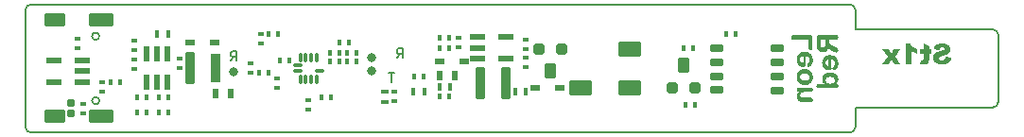
<source format=gbs>
G04*
G04 #@! TF.GenerationSoftware,Altium Limited,Altium Designer,24.2.2 (26)*
G04*
G04 Layer_Color=16711935*
%FSLAX43Y43*%
%MOMM*%
G71*
G04*
G04 #@! TF.SameCoordinates,1F1FED76-AB6C-4830-BD65-6DDC81D4C714*
G04*
G04*
G04 #@! TF.FilePolarity,Negative*
G04*
G01*
G75*
%ADD10C,0.127*%
%ADD11C,0.203*%
%ADD27C,0.800*%
G04:AMPARAMS|DCode=37|XSize=0.42mm|YSize=0.72mm|CornerRadius=0.05mm|HoleSize=0mm|Usage=FLASHONLY|Rotation=270.000|XOffset=0mm|YOffset=0mm|HoleType=Round|Shape=RoundedRectangle|*
%AMROUNDEDRECTD37*
21,1,0.420,0.620,0,0,270.0*
21,1,0.320,0.720,0,0,270.0*
1,1,0.100,-0.310,-0.160*
1,1,0.100,-0.310,0.160*
1,1,0.100,0.310,0.160*
1,1,0.100,0.310,-0.160*
%
%ADD37ROUNDEDRECTD37*%
G04:AMPARAMS|DCode=41|XSize=0.42mm|YSize=0.57mm|CornerRadius=0.05mm|HoleSize=0mm|Usage=FLASHONLY|Rotation=90.000|XOffset=0mm|YOffset=0mm|HoleType=Round|Shape=RoundedRectangle|*
%AMROUNDEDRECTD41*
21,1,0.420,0.470,0,0,90.0*
21,1,0.320,0.570,0,0,90.0*
1,1,0.100,0.235,0.160*
1,1,0.100,0.235,-0.160*
1,1,0.100,-0.235,-0.160*
1,1,0.100,-0.235,0.160*
%
%ADD41ROUNDEDRECTD41*%
G04:AMPARAMS|DCode=43|XSize=0.42mm|YSize=0.72mm|CornerRadius=0.05mm|HoleSize=0mm|Usage=FLASHONLY|Rotation=180.000|XOffset=0mm|YOffset=0mm|HoleType=Round|Shape=RoundedRectangle|*
%AMROUNDEDRECTD43*
21,1,0.420,0.620,0,0,180.0*
21,1,0.320,0.720,0,0,180.0*
1,1,0.100,-0.160,0.310*
1,1,0.100,0.160,0.310*
1,1,0.100,0.160,-0.310*
1,1,0.100,-0.160,-0.310*
%
%ADD43ROUNDEDRECTD43*%
G04:AMPARAMS|DCode=44|XSize=0.42mm|YSize=0.57mm|CornerRadius=0.05mm|HoleSize=0mm|Usage=FLASHONLY|Rotation=180.000|XOffset=0mm|YOffset=0mm|HoleType=Round|Shape=RoundedRectangle|*
%AMROUNDEDRECTD44*
21,1,0.420,0.470,0,0,180.0*
21,1,0.320,0.570,0,0,180.0*
1,1,0.100,-0.160,0.235*
1,1,0.100,0.160,0.235*
1,1,0.100,0.160,-0.235*
1,1,0.100,-0.160,-0.235*
%
%ADD44ROUNDEDRECTD44*%
G04:AMPARAMS|DCode=49|XSize=0.548mm|YSize=1.31mm|CornerRadius=0.071mm|HoleSize=0mm|Usage=FLASHONLY|Rotation=180.000|XOffset=0mm|YOffset=0mm|HoleType=Round|Shape=RoundedRectangle|*
%AMROUNDEDRECTD49*
21,1,0.548,1.168,0,0,180.0*
21,1,0.406,1.310,0,0,180.0*
1,1,0.142,-0.203,0.584*
1,1,0.142,0.203,0.584*
1,1,0.142,0.203,-0.584*
1,1,0.142,-0.203,-0.584*
%
%ADD49ROUNDEDRECTD49*%
G04:AMPARAMS|DCode=56|XSize=1.26mm|YSize=1.86mm|CornerRadius=0.21mm|HoleSize=0mm|Usage=FLASHONLY|Rotation=90.000|XOffset=0mm|YOffset=0mm|HoleType=Round|Shape=RoundedRectangle|*
%AMROUNDEDRECTD56*
21,1,1.260,1.440,0,0,90.0*
21,1,0.840,1.860,0,0,90.0*
1,1,0.420,0.720,0.420*
1,1,0.420,0.720,-0.420*
1,1,0.420,-0.720,-0.420*
1,1,0.420,-0.720,0.420*
%
%ADD56ROUNDEDRECTD56*%
G04:AMPARAMS|DCode=57|XSize=1.26mm|YSize=2.16mm|CornerRadius=0.21mm|HoleSize=0mm|Usage=FLASHONLY|Rotation=270.000|XOffset=0mm|YOffset=0mm|HoleType=Round|Shape=RoundedRectangle|*
%AMROUNDEDRECTD57*
21,1,1.260,1.740,0,0,270.0*
21,1,0.840,2.160,0,0,270.0*
1,1,0.420,-0.870,-0.420*
1,1,0.420,-0.870,0.420*
1,1,0.420,0.870,0.420*
1,1,0.420,0.870,-0.420*
%
%ADD57ROUNDEDRECTD57*%
G04:AMPARAMS|DCode=86|XSize=1.2mm|YSize=0.6mm|CornerRadius=0.09mm|HoleSize=0mm|Usage=FLASHONLY|Rotation=0.000|XOffset=0mm|YOffset=0mm|HoleType=Round|Shape=RoundedRectangle|*
%AMROUNDEDRECTD86*
21,1,1.200,0.420,0,0,0.0*
21,1,1.020,0.600,0,0,0.0*
1,1,0.180,0.510,-0.210*
1,1,0.180,-0.510,-0.210*
1,1,0.180,-0.510,0.210*
1,1,0.180,0.510,0.210*
%
%ADD86ROUNDEDRECTD86*%
G04:AMPARAMS|DCode=90|XSize=0.548mm|YSize=1.31mm|CornerRadius=0.071mm|HoleSize=0mm|Usage=FLASHONLY|Rotation=270.000|XOffset=0mm|YOffset=0mm|HoleType=Round|Shape=RoundedRectangle|*
%AMROUNDEDRECTD90*
21,1,0.548,1.168,0,0,270.0*
21,1,0.406,1.310,0,0,270.0*
1,1,0.142,-0.584,-0.203*
1,1,0.142,-0.584,0.203*
1,1,0.142,0.584,0.203*
1,1,0.142,0.584,-0.203*
%
%ADD90ROUNDEDRECTD90*%
G04:AMPARAMS|DCode=91|XSize=0.61mm|YSize=0.71mm|CornerRadius=0.085mm|HoleSize=0mm|Usage=FLASHONLY|Rotation=270.000|XOffset=0mm|YOffset=0mm|HoleType=Round|Shape=RoundedRectangle|*
%AMROUNDEDRECTD91*
21,1,0.610,0.540,0,0,270.0*
21,1,0.440,0.710,0,0,270.0*
1,1,0.170,-0.270,-0.220*
1,1,0.170,-0.270,0.220*
1,1,0.170,0.270,0.220*
1,1,0.170,0.270,-0.220*
%
%ADD91ROUNDEDRECTD91*%
G04:AMPARAMS|DCode=92|XSize=0.851mm|YSize=0.551mm|CornerRadius=0.075mm|HoleSize=0mm|Usage=FLASHONLY|Rotation=0.000|XOffset=0mm|YOffset=0mm|HoleType=Round|Shape=RoundedRectangle|*
%AMROUNDEDRECTD92*
21,1,0.851,0.400,0,0,0.0*
21,1,0.700,0.551,0,0,0.0*
1,1,0.151,0.350,-0.200*
1,1,0.151,-0.350,-0.200*
1,1,0.151,-0.350,0.200*
1,1,0.151,0.350,0.200*
%
%ADD92ROUNDEDRECTD92*%
G04:AMPARAMS|DCode=93|XSize=0.54mm|YSize=0.84mm|CornerRadius=0.07mm|HoleSize=0mm|Usage=FLASHONLY|Rotation=180.000|XOffset=0mm|YOffset=0mm|HoleType=Round|Shape=RoundedRectangle|*
%AMROUNDEDRECTD93*
21,1,0.540,0.700,0,0,180.0*
21,1,0.400,0.840,0,0,180.0*
1,1,0.140,-0.200,0.350*
1,1,0.140,0.200,0.350*
1,1,0.140,0.200,-0.350*
1,1,0.140,-0.200,-0.350*
%
%ADD93ROUNDEDRECTD93*%
G04:AMPARAMS|DCode=94|XSize=2.051mm|YSize=1.351mm|CornerRadius=0.155mm|HoleSize=0mm|Usage=FLASHONLY|Rotation=180.000|XOffset=0mm|YOffset=0mm|HoleType=Round|Shape=RoundedRectangle|*
%AMROUNDEDRECTD94*
21,1,2.051,1.040,0,0,180.0*
21,1,1.740,1.351,0,0,180.0*
1,1,0.311,-0.870,0.520*
1,1,0.311,0.870,0.520*
1,1,0.311,0.870,-0.520*
1,1,0.311,-0.870,-0.520*
%
%ADD94ROUNDEDRECTD94*%
G04:AMPARAMS|DCode=95|XSize=0.84mm|YSize=0.29mm|CornerRadius=0.058mm|HoleSize=0mm|Usage=FLASHONLY|Rotation=270.000|XOffset=0mm|YOffset=0mm|HoleType=Round|Shape=RoundedRectangle|*
%AMROUNDEDRECTD95*
21,1,0.840,0.175,0,0,270.0*
21,1,0.725,0.290,0,0,270.0*
1,1,0.115,-0.088,-0.363*
1,1,0.115,-0.088,0.363*
1,1,0.115,0.088,0.363*
1,1,0.115,0.088,-0.363*
%
%ADD95ROUNDEDRECTD95*%
G04:AMPARAMS|DCode=96|XSize=0.29mm|YSize=0.84mm|CornerRadius=0.12mm|HoleSize=0mm|Usage=FLASHONLY|Rotation=270.000|XOffset=0mm|YOffset=0mm|HoleType=Round|Shape=RoundedRectangle|*
%AMROUNDEDRECTD96*
21,1,0.290,0.600,0,0,270.0*
21,1,0.050,0.840,0,0,270.0*
1,1,0.240,-0.300,-0.025*
1,1,0.240,-0.300,0.025*
1,1,0.240,0.300,0.025*
1,1,0.240,0.300,-0.025*
%
%ADD96ROUNDEDRECTD96*%
G04:AMPARAMS|DCode=97|XSize=0.29mm|YSize=0.84mm|CornerRadius=0.045mm|HoleSize=0mm|Usage=FLASHONLY|Rotation=270.000|XOffset=0mm|YOffset=0mm|HoleType=Round|Shape=RoundedRectangle|*
%AMROUNDEDRECTD97*
21,1,0.290,0.750,0,0,270.0*
21,1,0.200,0.840,0,0,270.0*
1,1,0.090,-0.375,-0.100*
1,1,0.090,-0.375,0.100*
1,1,0.090,0.375,0.100*
1,1,0.090,0.375,-0.100*
%
%ADD97ROUNDEDRECTD97*%
G04:AMPARAMS|DCode=98|XSize=0.84mm|YSize=0.29mm|CornerRadius=0.083mm|HoleSize=0mm|Usage=FLASHONLY|Rotation=270.000|XOffset=0mm|YOffset=0mm|HoleType=Round|Shape=RoundedRectangle|*
%AMROUNDEDRECTD98*
21,1,0.840,0.125,0,0,270.0*
21,1,0.675,0.290,0,0,270.0*
1,1,0.165,-0.063,-0.338*
1,1,0.165,-0.063,0.338*
1,1,0.165,0.063,0.338*
1,1,0.165,0.063,-0.338*
%
%ADD98ROUNDEDRECTD98*%
G04:AMPARAMS|DCode=99|XSize=0.954mm|YSize=0.954mm|CornerRadius=0.111mm|HoleSize=0mm|Usage=FLASHONLY|Rotation=0.000|XOffset=0mm|YOffset=0mm|HoleType=Round|Shape=RoundedRectangle|*
%AMROUNDEDRECTD99*
21,1,0.954,0.732,0,0,0.0*
21,1,0.732,0.954,0,0,0.0*
1,1,0.223,0.366,-0.366*
1,1,0.223,-0.366,-0.366*
1,1,0.223,-0.366,0.366*
1,1,0.223,0.366,0.366*
%
%ADD99ROUNDEDRECTD99*%
G04:AMPARAMS|DCode=100|XSize=0.954mm|YSize=1.31mm|CornerRadius=0.111mm|HoleSize=0mm|Usage=FLASHONLY|Rotation=0.000|XOffset=0mm|YOffset=0mm|HoleType=Round|Shape=RoundedRectangle|*
%AMROUNDEDRECTD100*
21,1,0.954,1.087,0,0,0.0*
21,1,0.732,1.310,0,0,0.0*
1,1,0.223,0.366,-0.544*
1,1,0.223,-0.366,-0.544*
1,1,0.223,-0.366,0.544*
1,1,0.223,0.366,0.544*
%
%ADD100ROUNDEDRECTD100*%
G04:AMPARAMS|DCode=101|XSize=2.8mm|YSize=0.9mm|CornerRadius=0.09mm|HoleSize=0mm|Usage=FLASHONLY|Rotation=90.000|XOffset=0mm|YOffset=0mm|HoleType=Round|Shape=RoundedRectangle|*
%AMROUNDEDRECTD101*
21,1,2.800,0.720,0,0,90.0*
21,1,2.620,0.900,0,0,90.0*
1,1,0.180,0.360,1.310*
1,1,0.180,0.360,-1.310*
1,1,0.180,-0.360,-1.310*
1,1,0.180,-0.360,1.310*
%
%ADD101ROUNDEDRECTD101*%
G04:AMPARAMS|DCode=102|XSize=2.6mm|YSize=0.9mm|CornerRadius=0.09mm|HoleSize=0mm|Usage=FLASHONLY|Rotation=90.000|XOffset=0mm|YOffset=0mm|HoleType=Round|Shape=RoundedRectangle|*
%AMROUNDEDRECTD102*
21,1,2.600,0.720,0,0,90.0*
21,1,2.420,0.900,0,0,90.0*
1,1,0.180,0.360,1.210*
1,1,0.180,0.360,-1.210*
1,1,0.180,-0.360,-1.210*
1,1,0.180,-0.360,1.210*
%
%ADD102ROUNDEDRECTD102*%
G36*
X68967Y3000D02*
X69007Y2992D01*
X69040Y2984D01*
X69066Y2972D01*
X69089Y2962D01*
X69101Y2954D01*
X69111Y2946D01*
X69114Y2944D01*
X69134Y2918D01*
X69150Y2888D01*
X69160Y2855D01*
X69167Y2822D01*
X69172Y2794D01*
X69175Y2771D01*
Y1847D01*
X69172Y1808D01*
X69167Y1778D01*
X69160Y1750D01*
X69150Y1727D01*
X69142Y1709D01*
X69134Y1697D01*
X69129Y1689D01*
X69127Y1687D01*
X69106Y1669D01*
X69086Y1654D01*
X69063Y1643D01*
X69043Y1638D01*
X69025Y1633D01*
X69010Y1631D01*
X69000D01*
X68997D01*
X68969Y1633D01*
X68944Y1638D01*
X68923Y1648D01*
X68906Y1659D01*
X68890Y1669D01*
X68880Y1679D01*
X68873Y1684D01*
X68870Y1687D01*
X68852Y1709D01*
X68840Y1735D01*
X68830Y1763D01*
X68824Y1788D01*
X68819Y1811D01*
X68817Y1829D01*
Y2576D01*
X67499D01*
X67455Y2578D01*
X67417Y2586D01*
X67384Y2596D01*
X67359Y2606D01*
X67336Y2616D01*
X67323Y2626D01*
X67313Y2634D01*
X67311Y2637D01*
X67288Y2662D01*
X67272Y2687D01*
X67260Y2713D01*
X67252Y2738D01*
X67247Y2761D01*
X67245Y2779D01*
Y2794D01*
X67247Y2827D01*
X67255Y2858D01*
X67265Y2883D01*
X67278Y2906D01*
X67290Y2924D01*
X67300Y2936D01*
X67308Y2944D01*
X67311Y2946D01*
X67336Y2964D01*
X67366Y2979D01*
X67397Y2990D01*
X67427Y2995D01*
X67455Y3000D01*
X67478Y3002D01*
X67493D01*
X67496D01*
X67499D01*
X68921D01*
X68967Y3000D01*
D02*
G37*
G36*
X68540Y1491D02*
X68598Y1486D01*
X68652Y1476D01*
X68703Y1463D01*
X68751Y1450D01*
X68794Y1433D01*
X68835Y1415D01*
X68870Y1397D01*
X68903Y1379D01*
X68931Y1364D01*
X68954Y1346D01*
X68974Y1334D01*
X68990Y1321D01*
X69000Y1311D01*
X69007Y1306D01*
X69010Y1303D01*
X69045Y1265D01*
X69073Y1224D01*
X69101Y1181D01*
X69122Y1138D01*
X69142Y1092D01*
X69157Y1049D01*
X69170Y1006D01*
X69180Y963D01*
X69190Y922D01*
X69195Y886D01*
X69200Y853D01*
X69203Y823D01*
Y800D01*
X69205Y782D01*
Y767D01*
X69203Y714D01*
X69200Y663D01*
X69193Y617D01*
X69185Y579D01*
X69180Y546D01*
X69172Y523D01*
X69170Y508D01*
X69167Y503D01*
X69152Y460D01*
X69137Y424D01*
X69119Y391D01*
X69104Y363D01*
X69089Y340D01*
X69078Y323D01*
X69071Y312D01*
X69068Y310D01*
X69045Y282D01*
X69023Y259D01*
X69002Y239D01*
X68982Y221D01*
X68964Y208D01*
X68951Y201D01*
X68944Y196D01*
X68941Y193D01*
X68916Y180D01*
X68893Y170D01*
X68873Y163D01*
X68855Y157D01*
X68840Y155D01*
X68830Y152D01*
X68822D01*
X68819D01*
X68796Y155D01*
X68776Y157D01*
X68761Y165D01*
X68746Y173D01*
X68736Y180D01*
X68728Y185D01*
X68723Y191D01*
X68720Y193D01*
X68708Y208D01*
X68697Y226D01*
X68692Y244D01*
X68687Y259D01*
X68685Y274D01*
X68682Y287D01*
Y317D01*
X68687Y335D01*
X68692Y351D01*
X68697Y366D01*
X68703Y376D01*
X68708Y384D01*
X68710Y386D01*
X68713Y389D01*
X68751Y429D01*
X68766Y447D01*
X68781Y462D01*
X68791Y475D01*
X68799Y485D01*
X68804Y490D01*
X68807Y493D01*
X68832Y526D01*
X68852Y554D01*
X68860Y564D01*
X68868Y574D01*
X68870Y579D01*
X68873Y582D01*
X68890Y615D01*
X68903Y643D01*
X68908Y655D01*
X68911Y665D01*
X68913Y671D01*
Y673D01*
X68921Y709D01*
X68923Y742D01*
X68926Y757D01*
Y777D01*
X68923Y808D01*
X68918Y838D01*
X68913Y864D01*
X68906Y886D01*
X68898Y907D01*
X68890Y919D01*
X68888Y930D01*
X68885Y932D01*
X68868Y958D01*
X68850Y978D01*
X68827Y998D01*
X68807Y1013D01*
X68789Y1026D01*
X68774Y1036D01*
X68763Y1041D01*
X68761Y1044D01*
X68730Y1059D01*
X68700Y1069D01*
X68669Y1077D01*
X68644Y1082D01*
X68621Y1087D01*
X68606Y1090D01*
X68593D01*
X68591D01*
Y442D01*
X68588Y391D01*
X68583Y345D01*
X68578Y307D01*
X68568Y274D01*
X68560Y249D01*
X68555Y231D01*
X68550Y218D01*
X68548Y216D01*
X68527Y188D01*
X68499Y168D01*
X68469Y152D01*
X68438Y142D01*
X68408Y137D01*
X68382Y132D01*
X68372D01*
X68365D01*
X68362D01*
X68360D01*
X68306Y135D01*
X68253Y145D01*
X68205Y155D01*
X68164Y170D01*
X68126Y183D01*
X68098Y196D01*
X68088Y201D01*
X68080Y206D01*
X68078Y208D01*
X68075D01*
X68024Y239D01*
X67979Y274D01*
X67941Y312D01*
X67905Y348D01*
X67880Y381D01*
X67859Y409D01*
X67854Y419D01*
X67849Y427D01*
X67844Y432D01*
Y434D01*
X67814Y493D01*
X67791Y554D01*
X67775Y615D01*
X67763Y671D01*
X67758Y719D01*
X67755Y739D01*
Y757D01*
X67753Y772D01*
Y792D01*
X67755Y851D01*
X67760Y907D01*
X67770Y955D01*
X67778Y1001D01*
X67788Y1036D01*
X67798Y1064D01*
X67801Y1074D01*
X67803Y1082D01*
X67806Y1085D01*
Y1087D01*
X67826Y1135D01*
X67852Y1179D01*
X67874Y1217D01*
X67900Y1247D01*
X67923Y1275D01*
X67941Y1295D01*
X67951Y1306D01*
X67956Y1311D01*
X67994Y1344D01*
X68032Y1372D01*
X68070Y1394D01*
X68108Y1412D01*
X68139Y1427D01*
X68164Y1440D01*
X68174Y1443D01*
X68182Y1445D01*
X68184Y1448D01*
X68187D01*
X68238Y1463D01*
X68288Y1473D01*
X68339Y1483D01*
X68382Y1488D01*
X68423Y1491D01*
X68438D01*
X68451Y1494D01*
X68464D01*
X68471D01*
X68476D01*
X68479D01*
X68540Y1491D01*
D02*
G37*
G36*
Y-61D02*
X68596Y-66D01*
X68644Y-74D01*
X68687Y-84D01*
X68723Y-91D01*
X68751Y-99D01*
X68761Y-102D01*
X68769Y-104D01*
X68771Y-107D01*
X68774D01*
X68822Y-127D01*
X68865Y-150D01*
X68906Y-173D01*
X68939Y-196D01*
X68967Y-216D01*
X68987Y-234D01*
X69000Y-244D01*
X69005Y-249D01*
X69038Y-287D01*
X69068Y-325D01*
X69094Y-363D01*
X69117Y-399D01*
X69132Y-429D01*
X69144Y-452D01*
X69150Y-462D01*
X69152Y-470D01*
X69155Y-472D01*
Y-475D01*
X69172Y-526D01*
X69185Y-577D01*
X69193Y-625D01*
X69198Y-671D01*
X69203Y-709D01*
Y-726D01*
X69205Y-739D01*
Y-767D01*
X69203Y-826D01*
X69198Y-881D01*
X69190Y-932D01*
X69180Y-975D01*
X69170Y-1011D01*
X69162Y-1039D01*
X69160Y-1049D01*
X69157Y-1057D01*
X69155Y-1059D01*
Y-1062D01*
X69134Y-1110D01*
X69109Y-1153D01*
X69086Y-1191D01*
X69061Y-1224D01*
X69040Y-1252D01*
X69023Y-1270D01*
X69012Y-1283D01*
X69007Y-1288D01*
X68969Y-1321D01*
X68929Y-1351D01*
X68890Y-1377D01*
X68852Y-1397D01*
X68822Y-1412D01*
X68796Y-1422D01*
X68786Y-1427D01*
X68779Y-1430D01*
X68776Y-1433D01*
X68774D01*
X68723Y-1450D01*
X68672Y-1463D01*
X68621Y-1471D01*
X68578Y-1478D01*
X68537Y-1481D01*
X68522D01*
X68507Y-1483D01*
X68497D01*
X68489D01*
X68484D01*
X68482D01*
X68423Y-1481D01*
X68370Y-1476D01*
X68322Y-1468D01*
X68278Y-1458D01*
X68243Y-1448D01*
X68215Y-1440D01*
X68205Y-1438D01*
X68197Y-1435D01*
X68195Y-1433D01*
X68192D01*
X68144Y-1412D01*
X68098Y-1389D01*
X68060Y-1367D01*
X68027Y-1341D01*
X67999Y-1321D01*
X67979Y-1303D01*
X67966Y-1293D01*
X67961Y-1288D01*
X67925Y-1252D01*
X67895Y-1212D01*
X67869Y-1173D01*
X67847Y-1138D01*
X67831Y-1107D01*
X67819Y-1082D01*
X67814Y-1072D01*
X67811Y-1064D01*
X67808Y-1062D01*
Y-1059D01*
X67791Y-1008D01*
X67778Y-958D01*
X67768Y-909D01*
X67763Y-864D01*
X67758Y-826D01*
Y-808D01*
X67755Y-795D01*
Y-767D01*
X67758Y-709D01*
X67763Y-653D01*
X67773Y-605D01*
X67780Y-561D01*
X67791Y-526D01*
X67801Y-498D01*
X67803Y-488D01*
X67806Y-480D01*
X67808Y-478D01*
Y-475D01*
X67829Y-427D01*
X67852Y-384D01*
X67877Y-345D01*
X67900Y-312D01*
X67923Y-284D01*
X67941Y-267D01*
X67951Y-254D01*
X67956Y-249D01*
X67994Y-216D01*
X68032Y-188D01*
X68070Y-163D01*
X68108Y-142D01*
X68139Y-127D01*
X68164Y-117D01*
X68174Y-112D01*
X68182Y-109D01*
X68184Y-107D01*
X68187D01*
X68238Y-91D01*
X68288Y-79D01*
X68339Y-71D01*
X68382Y-64D01*
X68423Y-61D01*
X68441D01*
X68454Y-58D01*
X68466D01*
X68474D01*
X68479D01*
X68482D01*
X68540Y-61D01*
D02*
G37*
G36*
X69012Y-1725D02*
X69045Y-1730D01*
X69076Y-1740D01*
X69099Y-1750D01*
X69119Y-1758D01*
X69134Y-1768D01*
X69142Y-1773D01*
X69144Y-1775D01*
X69165Y-1796D01*
X69180Y-1819D01*
X69190Y-1844D01*
X69198Y-1864D01*
X69203Y-1885D01*
X69205Y-1900D01*
Y-1915D01*
X69203Y-1948D01*
X69195Y-1976D01*
X69188Y-1999D01*
X69175Y-2022D01*
X69165Y-2037D01*
X69157Y-2050D01*
X69150Y-2057D01*
X69147Y-2060D01*
X69122Y-2080D01*
X69094Y-2093D01*
X69066Y-2103D01*
X69035Y-2111D01*
X69010Y-2116D01*
X68990Y-2118D01*
X68977D01*
X68972D01*
X68540D01*
X68502D01*
X68469D01*
X68438Y-2121D01*
X68410D01*
X68388Y-2123D01*
X68365D01*
X68347Y-2126D01*
X68329Y-2129D01*
X68304Y-2131D01*
X68286Y-2134D01*
X68276Y-2136D01*
X68273D01*
X68238Y-2151D01*
X68207Y-2169D01*
X68182Y-2187D01*
X68161Y-2205D01*
X68144Y-2220D01*
X68134Y-2233D01*
X68126Y-2240D01*
X68123Y-2243D01*
X68106Y-2268D01*
X68093Y-2296D01*
X68085Y-2322D01*
X68078Y-2344D01*
X68075Y-2362D01*
X68073Y-2380D01*
Y-2393D01*
X68075Y-2436D01*
X68085Y-2474D01*
X68098Y-2502D01*
X68113Y-2525D01*
X68128Y-2543D01*
X68141Y-2555D01*
X68151Y-2560D01*
X68154Y-2563D01*
X68187Y-2578D01*
X68225Y-2588D01*
X68266Y-2596D01*
X68306Y-2601D01*
X68342Y-2603D01*
X68370Y-2606D01*
X68382D01*
X68390D01*
X68395D01*
X68398D01*
X68972D01*
X69012Y-2609D01*
X69045Y-2614D01*
X69076Y-2624D01*
X69099Y-2634D01*
X69119Y-2642D01*
X69134Y-2652D01*
X69142Y-2657D01*
X69144Y-2659D01*
X69165Y-2682D01*
X69180Y-2705D01*
X69190Y-2730D01*
X69198Y-2753D01*
X69203Y-2774D01*
X69205Y-2789D01*
Y-2804D01*
X69203Y-2835D01*
X69195Y-2863D01*
X69185Y-2888D01*
X69175Y-2908D01*
X69165Y-2924D01*
X69155Y-2936D01*
X69147Y-2944D01*
X69144Y-2946D01*
X69119Y-2964D01*
X69091Y-2979D01*
X69063Y-2990D01*
X69035Y-2995D01*
X69010Y-3000D01*
X68990Y-3002D01*
X68977D01*
X68972D01*
X68332D01*
X68291D01*
X68253Y-3000D01*
X68220Y-2997D01*
X68195D01*
X68172Y-2995D01*
X68154Y-2992D01*
X68144Y-2990D01*
X68141D01*
X68088Y-2979D01*
X68062Y-2972D01*
X68042Y-2964D01*
X68024Y-2957D01*
X68009Y-2949D01*
X68001Y-2946D01*
X67999Y-2944D01*
X67958Y-2921D01*
X67923Y-2893D01*
X67892Y-2865D01*
X67867Y-2837D01*
X67847Y-2812D01*
X67834Y-2791D01*
X67824Y-2776D01*
X67821Y-2774D01*
Y-2771D01*
X67798Y-2728D01*
X67783Y-2682D01*
X67770Y-2639D01*
X67763Y-2601D01*
X67758Y-2565D01*
X67755Y-2537D01*
Y-2515D01*
X67758Y-2461D01*
X67765Y-2413D01*
X67775Y-2370D01*
X67786Y-2332D01*
X67796Y-2299D01*
X67806Y-2276D01*
X67814Y-2261D01*
X67816Y-2258D01*
Y-2256D01*
X67839Y-2215D01*
X67867Y-2182D01*
X67897Y-2154D01*
X67925Y-2134D01*
X67951Y-2116D01*
X67971Y-2106D01*
X67984Y-2098D01*
X67986Y-2095D01*
X67974D01*
X67948D01*
X67925Y-2090D01*
X67907Y-2088D01*
X67890Y-2083D01*
X67874Y-2078D01*
X67864Y-2075D01*
X67859Y-2070D01*
X67857D01*
X67824Y-2050D01*
X67801Y-2027D01*
X67793Y-2017D01*
X67788Y-2009D01*
X67783Y-2004D01*
Y-2002D01*
X67773Y-1986D01*
X67768Y-1969D01*
X67758Y-1938D01*
Y-1925D01*
X67755Y-1915D01*
Y-1905D01*
X67758Y-1875D01*
X67765Y-1849D01*
X67773Y-1826D01*
X67783Y-1806D01*
X67796Y-1791D01*
X67803Y-1781D01*
X67811Y-1773D01*
X67814Y-1770D01*
X67836Y-1755D01*
X67862Y-1742D01*
X67890Y-1735D01*
X67915Y-1727D01*
X67941Y-1725D01*
X67958Y-1722D01*
X67971D01*
X67976D01*
X68972D01*
X69012Y-1725D01*
D02*
G37*
G36*
X71272Y3000D02*
X71310Y2995D01*
X71341Y2984D01*
X71369Y2974D01*
X71389Y2967D01*
X71404Y2957D01*
X71414Y2951D01*
X71417Y2949D01*
X71437Y2926D01*
X71452Y2901D01*
X71465Y2875D01*
X71473Y2850D01*
X71478Y2827D01*
X71480Y2809D01*
Y2791D01*
X71478Y2756D01*
X71470Y2725D01*
X71460Y2700D01*
X71447Y2677D01*
X71437Y2659D01*
X71427Y2647D01*
X71419Y2639D01*
X71417Y2637D01*
X71392Y2616D01*
X71361Y2601D01*
X71331Y2591D01*
X71300Y2583D01*
X71272Y2578D01*
X71249Y2576D01*
X71234D01*
X71232D01*
X71229D01*
X70660D01*
Y2441D01*
X70665Y2410D01*
X70668Y2383D01*
X70673Y2362D01*
X70678Y2344D01*
X70680Y2329D01*
X70685Y2322D01*
Y2319D01*
X70696Y2296D01*
X70711Y2273D01*
X70726Y2253D01*
X70741Y2235D01*
X70757Y2220D01*
X70769Y2207D01*
X70777Y2200D01*
X70779Y2197D01*
X70805Y2174D01*
X70835Y2149D01*
X70863Y2126D01*
X70891Y2106D01*
X70914Y2088D01*
X70934Y2073D01*
X70947Y2062D01*
X70952Y2060D01*
X71232Y1908D01*
X71265Y1887D01*
X71292Y1869D01*
X71315Y1857D01*
X71333Y1844D01*
X71348Y1834D01*
X71361Y1826D01*
X71366Y1824D01*
X71369Y1821D01*
X71399Y1796D01*
X71425Y1770D01*
X71435Y1758D01*
X71442Y1750D01*
X71445Y1745D01*
X71447Y1742D01*
X71458Y1722D01*
X71465Y1702D01*
X71475Y1664D01*
X71478Y1646D01*
X71480Y1633D01*
Y1621D01*
X71478Y1580D01*
X71473Y1562D01*
X71468Y1547D01*
X71465Y1534D01*
X71460Y1524D01*
X71458Y1519D01*
Y1516D01*
X71437Y1483D01*
X71417Y1461D01*
X71407Y1453D01*
X71399Y1448D01*
X71394Y1443D01*
X71392D01*
X71376Y1433D01*
X71361Y1427D01*
X71333Y1417D01*
X71323D01*
X71315Y1415D01*
X71310D01*
X71308D01*
X71290Y1417D01*
X71270Y1420D01*
X71224Y1435D01*
X71204Y1443D01*
X71186Y1448D01*
X71176Y1453D01*
X71171Y1455D01*
X71132Y1471D01*
X71094Y1491D01*
X71059Y1509D01*
X71026Y1527D01*
X70998Y1544D01*
X70975Y1557D01*
X70960Y1567D01*
X70955Y1570D01*
X70911Y1598D01*
X70868Y1626D01*
X70830Y1654D01*
X70797Y1679D01*
X70769Y1702D01*
X70749Y1720D01*
X70736Y1730D01*
X70731Y1735D01*
X70696Y1768D01*
X70665Y1801D01*
X70642Y1831D01*
X70627Y1859D01*
X70614Y1882D01*
X70607Y1900D01*
X70602Y1910D01*
Y1915D01*
X70584Y1836D01*
X70558Y1768D01*
X70546Y1735D01*
X70530Y1707D01*
X70518Y1681D01*
X70503Y1659D01*
X70490Y1638D01*
X70477Y1621D01*
X70464Y1605D01*
X70454Y1593D01*
X70447Y1582D01*
X70439Y1575D01*
X70437Y1572D01*
X70434Y1570D01*
X70409Y1547D01*
X70381Y1529D01*
X70353Y1511D01*
X70325Y1499D01*
X70266Y1476D01*
X70210Y1461D01*
X70162Y1453D01*
X70139Y1448D01*
X70122D01*
X70106Y1445D01*
X70096D01*
X70089D01*
X70086D01*
X70048Y1448D01*
X70010Y1450D01*
X69977Y1458D01*
X69949Y1463D01*
X69923Y1471D01*
X69903Y1478D01*
X69893Y1481D01*
X69888Y1483D01*
X69852Y1499D01*
X69822Y1514D01*
X69791Y1532D01*
X69768Y1549D01*
X69748Y1565D01*
X69733Y1577D01*
X69723Y1587D01*
X69720Y1590D01*
X69695Y1618D01*
X69672Y1643D01*
X69654Y1669D01*
X69639Y1692D01*
X69629Y1712D01*
X69619Y1730D01*
X69616Y1740D01*
X69614Y1742D01*
X69601Y1773D01*
X69588Y1806D01*
X69581Y1836D01*
X69573Y1862D01*
X69568Y1887D01*
X69565Y1905D01*
X69563Y1915D01*
Y1920D01*
X69558Y1956D01*
X69555Y1994D01*
X69553Y2032D01*
Y2065D01*
X69550Y2095D01*
Y2748D01*
X69553Y2794D01*
X69560Y2835D01*
X69570Y2868D01*
X69581Y2893D01*
X69593Y2916D01*
X69603Y2929D01*
X69611Y2939D01*
X69614Y2941D01*
X69639Y2962D01*
X69669Y2977D01*
X69702Y2987D01*
X69733Y2995D01*
X69761Y3000D01*
X69784Y3002D01*
X69801D01*
X69804D01*
X69807D01*
X71229D01*
X71272Y3000D01*
D02*
G37*
G36*
X70815Y1191D02*
X70873Y1186D01*
X70927Y1176D01*
X70978Y1163D01*
X71026Y1151D01*
X71069Y1133D01*
X71110Y1115D01*
X71145Y1097D01*
X71178Y1079D01*
X71206Y1064D01*
X71229Y1046D01*
X71249Y1034D01*
X71265Y1021D01*
X71275Y1011D01*
X71282Y1006D01*
X71285Y1003D01*
X71320Y965D01*
X71348Y925D01*
X71376Y881D01*
X71397Y838D01*
X71417Y792D01*
X71432Y749D01*
X71445Y706D01*
X71455Y663D01*
X71465Y622D01*
X71470Y587D01*
X71475Y554D01*
X71478Y523D01*
Y500D01*
X71480Y483D01*
Y467D01*
X71478Y414D01*
X71475Y363D01*
X71468Y317D01*
X71460Y279D01*
X71455Y246D01*
X71447Y224D01*
X71445Y208D01*
X71442Y203D01*
X71427Y160D01*
X71412Y124D01*
X71394Y91D01*
X71379Y64D01*
X71364Y41D01*
X71353Y23D01*
X71346Y13D01*
X71343Y10D01*
X71320Y-18D01*
X71298Y-41D01*
X71277Y-61D01*
X71257Y-79D01*
X71239Y-91D01*
X71226Y-99D01*
X71219Y-104D01*
X71216Y-107D01*
X71191Y-119D01*
X71168Y-130D01*
X71148Y-137D01*
X71130Y-142D01*
X71115Y-145D01*
X71105Y-147D01*
X71097D01*
X71094D01*
X71072Y-145D01*
X71051Y-142D01*
X71036Y-135D01*
X71021Y-127D01*
X71011Y-119D01*
X71003Y-114D01*
X70998Y-109D01*
X70995Y-107D01*
X70983Y-91D01*
X70972Y-74D01*
X70967Y-56D01*
X70962Y-41D01*
X70960Y-25D01*
X70957Y-13D01*
Y18D01*
X70962Y36D01*
X70967Y51D01*
X70972Y66D01*
X70978Y76D01*
X70983Y84D01*
X70985Y86D01*
X70988Y89D01*
X71026Y130D01*
X71041Y147D01*
X71056Y163D01*
X71066Y175D01*
X71074Y185D01*
X71079Y191D01*
X71082Y193D01*
X71107Y226D01*
X71127Y254D01*
X71135Y264D01*
X71143Y274D01*
X71145Y279D01*
X71148Y282D01*
X71165Y315D01*
X71178Y343D01*
X71183Y356D01*
X71186Y366D01*
X71188Y371D01*
Y373D01*
X71196Y409D01*
X71199Y442D01*
X71201Y457D01*
Y478D01*
X71199Y508D01*
X71193Y538D01*
X71188Y564D01*
X71181Y587D01*
X71173Y607D01*
X71165Y620D01*
X71163Y630D01*
X71160Y632D01*
X71143Y658D01*
X71125Y678D01*
X71102Y698D01*
X71082Y714D01*
X71064Y726D01*
X71049Y737D01*
X71038Y742D01*
X71036Y744D01*
X71005Y759D01*
X70975Y770D01*
X70945Y777D01*
X70919Y782D01*
X70896Y787D01*
X70881Y790D01*
X70868D01*
X70866D01*
Y142D01*
X70863Y91D01*
X70858Y46D01*
X70853Y8D01*
X70843Y-25D01*
X70835Y-51D01*
X70830Y-69D01*
X70825Y-81D01*
X70823Y-84D01*
X70802Y-112D01*
X70774Y-132D01*
X70744Y-147D01*
X70713Y-157D01*
X70683Y-163D01*
X70657Y-168D01*
X70647D01*
X70640D01*
X70637D01*
X70635D01*
X70581Y-165D01*
X70528Y-155D01*
X70480Y-145D01*
X70439Y-130D01*
X70401Y-117D01*
X70373Y-104D01*
X70363Y-99D01*
X70355Y-94D01*
X70353Y-91D01*
X70350D01*
X70299Y-61D01*
X70254Y-25D01*
X70216Y13D01*
X70180Y48D01*
X70155Y81D01*
X70134Y109D01*
X70129Y119D01*
X70124Y127D01*
X70119Y132D01*
Y135D01*
X70089Y193D01*
X70066Y254D01*
X70050Y315D01*
X70038Y371D01*
X70033Y419D01*
X70030Y439D01*
Y457D01*
X70028Y472D01*
Y493D01*
X70030Y551D01*
X70035Y607D01*
X70045Y655D01*
X70053Y701D01*
X70063Y737D01*
X70073Y765D01*
X70076Y775D01*
X70078Y782D01*
X70081Y785D01*
Y787D01*
X70101Y836D01*
X70127Y879D01*
X70149Y917D01*
X70175Y947D01*
X70198Y975D01*
X70216Y996D01*
X70226Y1006D01*
X70231Y1011D01*
X70269Y1044D01*
X70307Y1072D01*
X70345Y1095D01*
X70383Y1113D01*
X70414Y1128D01*
X70439Y1140D01*
X70449Y1143D01*
X70457Y1146D01*
X70459Y1148D01*
X70462D01*
X70513Y1163D01*
X70563Y1173D01*
X70614Y1184D01*
X70657Y1189D01*
X70698Y1191D01*
X70713D01*
X70726Y1194D01*
X70739D01*
X70746D01*
X70751D01*
X70754D01*
X70815Y1191D01*
D02*
G37*
G36*
X70802Y-363D02*
X70856Y-368D01*
X70906Y-373D01*
X70950Y-381D01*
X70985Y-389D01*
X71013Y-396D01*
X71023Y-399D01*
X71031D01*
X71033Y-401D01*
X71036D01*
X71084Y-419D01*
X71130Y-437D01*
X71171Y-457D01*
X71204Y-478D01*
X71234Y-493D01*
X71254Y-508D01*
X71267Y-518D01*
X71272Y-521D01*
X71308Y-551D01*
X71338Y-584D01*
X71364Y-617D01*
X71386Y-648D01*
X71404Y-673D01*
X71417Y-693D01*
X71425Y-706D01*
X71427Y-711D01*
X71445Y-754D01*
X71458Y-795D01*
X71468Y-836D01*
X71473Y-874D01*
X71478Y-907D01*
X71480Y-930D01*
Y-952D01*
X71478Y-988D01*
X71475Y-1024D01*
X71470Y-1054D01*
X71465Y-1082D01*
X71460Y-1105D01*
X71458Y-1120D01*
X71452Y-1133D01*
Y-1135D01*
X71442Y-1166D01*
X71430Y-1194D01*
X71417Y-1222D01*
X71404Y-1242D01*
X71394Y-1262D01*
X71384Y-1275D01*
X71379Y-1285D01*
X71376Y-1288D01*
X71356Y-1313D01*
X71333Y-1334D01*
X71313Y-1349D01*
X71292Y-1364D01*
X71275Y-1372D01*
X71262Y-1379D01*
X71252Y-1384D01*
X71259D01*
X71295Y-1387D01*
X71328Y-1392D01*
X71356Y-1400D01*
X71379Y-1410D01*
X71399Y-1420D01*
X71412Y-1427D01*
X71419Y-1433D01*
X71422Y-1435D01*
X71442Y-1455D01*
X71455Y-1478D01*
X71465Y-1501D01*
X71473Y-1524D01*
X71478Y-1542D01*
X71480Y-1560D01*
Y-1572D01*
X71478Y-1603D01*
X71473Y-1628D01*
X71463Y-1654D01*
X71452Y-1671D01*
X71442Y-1689D01*
X71432Y-1699D01*
X71427Y-1707D01*
X71425Y-1709D01*
X71402Y-1727D01*
X71376Y-1740D01*
X71348Y-1750D01*
X71320Y-1755D01*
X71298Y-1760D01*
X71277Y-1763D01*
X71265D01*
X71259D01*
X69743D01*
X69705Y-1760D01*
X69674Y-1755D01*
X69647Y-1748D01*
X69624Y-1737D01*
X69603Y-1727D01*
X69591Y-1720D01*
X69583Y-1714D01*
X69581Y-1712D01*
X69560Y-1692D01*
X69545Y-1669D01*
X69535Y-1646D01*
X69527Y-1623D01*
X69522Y-1603D01*
X69520Y-1587D01*
Y-1572D01*
X69522Y-1539D01*
X69530Y-1511D01*
X69540Y-1488D01*
X69550Y-1468D01*
X69563Y-1453D01*
X69573Y-1443D01*
X69581Y-1435D01*
X69583Y-1433D01*
X69608Y-1417D01*
X69636Y-1405D01*
X69667Y-1397D01*
X69695Y-1389D01*
X69720Y-1387D01*
X69743Y-1384D01*
X69756D01*
X69758D01*
X69761D01*
X70243D01*
X70208Y-1361D01*
X70177Y-1336D01*
X70149Y-1308D01*
X70127Y-1280D01*
X70111Y-1257D01*
X70099Y-1237D01*
X70091Y-1224D01*
X70089Y-1222D01*
Y-1219D01*
X70071Y-1179D01*
X70055Y-1133D01*
X70045Y-1090D01*
X70040Y-1049D01*
X70035Y-1013D01*
X70033Y-983D01*
Y-958D01*
X70035Y-909D01*
X70040Y-861D01*
X70050Y-818D01*
X70063Y-777D01*
X70076Y-737D01*
X70094Y-701D01*
X70109Y-668D01*
X70127Y-640D01*
X70144Y-612D01*
X70162Y-589D01*
X70180Y-569D01*
X70193Y-554D01*
X70205Y-541D01*
X70216Y-531D01*
X70221Y-526D01*
X70223Y-523D01*
X70259Y-495D01*
X70299Y-470D01*
X70340Y-447D01*
X70383Y-429D01*
X70426Y-414D01*
X70470Y-401D01*
X70553Y-381D01*
X70591Y-373D01*
X70630Y-368D01*
X70660Y-366D01*
X70688Y-363D01*
X70711Y-361D01*
X70729D01*
X70739D01*
X70744D01*
X70802Y-363D01*
D02*
G37*
G36*
X76578Y1079D02*
X77052Y398D01*
X76510D01*
X76225Y819D01*
X75983Y398D01*
X75399D01*
X75879Y1079D01*
X75432Y1704D01*
X75986D01*
X76225Y1340D01*
X76433Y1704D01*
X77028D01*
X76578Y1079D01*
D02*
G37*
G36*
X77955Y2169D02*
X77991Y2113D01*
X78029Y2066D01*
X78065Y2021D01*
X78094Y1989D01*
X78121Y1962D01*
X78139Y1947D01*
X78142Y1941D01*
X78145D01*
X78204Y1900D01*
X78266Y1861D01*
X78331Y1829D01*
X78396Y1799D01*
X78453Y1778D01*
X78479Y1766D01*
X78500Y1761D01*
X78518Y1755D01*
X78530Y1749D01*
X78538Y1746D01*
X78541D01*
Y1337D01*
X78479Y1355D01*
X78423Y1376D01*
X78376Y1393D01*
X78334Y1408D01*
X78299Y1423D01*
X78275Y1435D01*
X78260Y1441D01*
X78254Y1444D01*
X78210Y1467D01*
X78168Y1494D01*
X78127Y1518D01*
X78091Y1544D01*
X78059Y1565D01*
X78035Y1583D01*
X78020Y1595D01*
X78014Y1598D01*
Y398D01*
X77508D01*
Y2231D01*
X77922D01*
X77955Y2169D01*
D02*
G37*
G36*
X79611Y1944D02*
Y1704D01*
X79794D01*
Y1337D01*
X79611D01*
Y878D01*
X79608Y801D01*
X79605Y736D01*
X79599Y683D01*
X79590Y638D01*
X79581Y603D01*
X79575Y579D01*
X79572Y567D01*
X79569Y561D01*
X79551Y526D01*
X79531Y496D01*
X79510Y472D01*
X79489Y451D01*
X79468Y437D01*
X79454Y425D01*
X79442Y419D01*
X79439Y416D01*
X79400Y401D01*
X79359Y389D01*
X79311Y380D01*
X79267Y374D01*
X79226Y372D01*
X79193Y369D01*
X79163D01*
X79101Y372D01*
X79039Y374D01*
X78980Y380D01*
X78926Y389D01*
X78882Y395D01*
X78861Y398D01*
X78847Y401D01*
X78832Y404D01*
X78823D01*
X78817Y407D01*
X78814D01*
X78852Y754D01*
X78888Y745D01*
X78918Y736D01*
X78944Y730D01*
X78965Y727D01*
X78983D01*
X78995Y724D01*
X79006D01*
X79027Y727D01*
X79045Y730D01*
X79060Y736D01*
X79072Y745D01*
X79086Y760D01*
X79092Y762D01*
Y765D01*
X79098Y777D01*
X79101Y795D01*
X79104Y831D01*
X79107Y848D01*
Y863D01*
Y872D01*
Y875D01*
Y1337D01*
X78832D01*
Y1704D01*
X79107D01*
Y2202D01*
X79611Y1944D01*
D02*
G37*
G36*
X80866Y2228D02*
X80911Y2226D01*
X80952Y2220D01*
X80994Y2214D01*
X81029Y2208D01*
X81062Y2202D01*
X81094Y2196D01*
X81121Y2190D01*
X81145Y2184D01*
X81163Y2178D01*
X81180Y2172D01*
X81192Y2166D01*
X81201Y2163D01*
X81207Y2160D01*
X81210D01*
X81266Y2131D01*
X81317Y2101D01*
X81358Y2069D01*
X81394Y2036D01*
X81420Y2009D01*
X81438Y1986D01*
X81450Y1971D01*
X81453Y1965D01*
X81479Y1918D01*
X81500Y1873D01*
X81512Y1829D01*
X81524Y1790D01*
X81530Y1755D01*
X81533Y1728D01*
Y1710D01*
Y1707D01*
Y1704D01*
X81530Y1666D01*
X81527Y1627D01*
X81509Y1559D01*
X81482Y1500D01*
X81453Y1450D01*
X81426Y1408D01*
X81399Y1378D01*
X81391Y1370D01*
X81382Y1361D01*
X81379Y1358D01*
X81376Y1355D01*
X81343Y1331D01*
X81308Y1307D01*
X81269Y1284D01*
X81228Y1263D01*
X81142Y1227D01*
X81056Y1195D01*
X81014Y1183D01*
X80976Y1171D01*
X80940Y1162D01*
X80911Y1153D01*
X80887Y1147D01*
X80866Y1142D01*
X80854Y1139D01*
X80852D01*
X80810Y1130D01*
X80775Y1121D01*
X80742Y1109D01*
X80712Y1100D01*
X80686Y1091D01*
X80662Y1082D01*
X80623Y1068D01*
X80597Y1053D01*
X80576Y1041D01*
X80567Y1035D01*
X80564Y1032D01*
X80544Y1011D01*
X80529Y991D01*
X80517Y970D01*
X80511Y949D01*
X80505Y934D01*
X80502Y919D01*
Y911D01*
Y908D01*
X80505Y881D01*
X80511Y857D01*
X80523Y834D01*
X80535Y816D01*
X80546Y798D01*
X80558Y786D01*
X80564Y780D01*
X80567Y777D01*
X80594Y760D01*
X80623Y748D01*
X80656Y736D01*
X80686Y730D01*
X80712Y727D01*
X80733Y724D01*
X80754D01*
X80810Y730D01*
X80860Y742D01*
X80902Y757D01*
X80937Y777D01*
X80967Y798D01*
X80985Y813D01*
X81000Y825D01*
X81003Y831D01*
X81020Y860D01*
X81035Y890D01*
X81047Y922D01*
X81056Y955D01*
X81062Y985D01*
X81068Y1008D01*
X81071Y1023D01*
Y1029D01*
X81601Y993D01*
X81595Y943D01*
X81586Y896D01*
X81562Y807D01*
X81530Y733D01*
X81512Y697D01*
X81494Y668D01*
X81476Y638D01*
X81459Y614D01*
X81444Y594D01*
X81429Y576D01*
X81420Y561D01*
X81411Y552D01*
X81405Y546D01*
X81402Y543D01*
X81367Y514D01*
X81322Y487D01*
X81278Y463D01*
X81228Y443D01*
X81174Y425D01*
X81121Y410D01*
X81014Y389D01*
X80964Y383D01*
X80917Y377D01*
X80875Y374D01*
X80837Y372D01*
X80807Y369D01*
X80763D01*
X80668Y372D01*
X80582Y380D01*
X80508Y392D01*
X80475Y398D01*
X80446Y407D01*
X80419Y413D01*
X80395Y419D01*
X80375Y425D01*
X80357Y431D01*
X80345Y437D01*
X80336Y440D01*
X80330Y443D01*
X80327D01*
X80265Y475D01*
X80212Y511D01*
X80164Y546D01*
X80126Y582D01*
X80096Y614D01*
X80076Y641D01*
X80061Y659D01*
X80058Y662D01*
Y665D01*
X80025Y721D01*
X80002Y777D01*
X79984Y831D01*
X79972Y878D01*
X79966Y922D01*
X79960Y955D01*
Y967D01*
Y976D01*
Y982D01*
Y985D01*
X79963Y1038D01*
X79972Y1088D01*
X79984Y1133D01*
X79996Y1174D01*
X80010Y1207D01*
X80022Y1230D01*
X80031Y1245D01*
X80034Y1251D01*
X80064Y1293D01*
X80099Y1331D01*
X80138Y1367D01*
X80176Y1396D01*
X80212Y1417D01*
X80238Y1435D01*
X80250Y1441D01*
X80259Y1447D01*
X80262Y1450D01*
X80265D01*
X80298Y1464D01*
X80333Y1479D01*
X80372Y1494D01*
X80413Y1509D01*
X80499Y1535D01*
X80585Y1562D01*
X80626Y1571D01*
X80665Y1580D01*
X80701Y1589D01*
X80730Y1598D01*
X80754Y1601D01*
X80775Y1607D01*
X80786Y1609D01*
X80789D01*
X80840Y1621D01*
X80881Y1633D01*
X80914Y1645D01*
X80937Y1657D01*
X80955Y1666D01*
X80967Y1672D01*
X80973Y1675D01*
X80976Y1678D01*
X80991Y1689D01*
X81000Y1704D01*
X81011Y1728D01*
X81017Y1749D01*
Y1752D01*
Y1755D01*
X81014Y1775D01*
X81009Y1796D01*
X80994Y1829D01*
X80985Y1840D01*
X80976Y1849D01*
X80973Y1852D01*
X80970Y1855D01*
X80949Y1870D01*
X80926Y1879D01*
X80878Y1891D01*
X80854Y1894D01*
X80837Y1897D01*
X80822D01*
X80777Y1894D01*
X80742Y1888D01*
X80709Y1879D01*
X80683Y1870D01*
X80662Y1858D01*
X80647Y1849D01*
X80638Y1843D01*
X80635Y1840D01*
X80612Y1817D01*
X80591Y1790D01*
X80576Y1761D01*
X80564Y1731D01*
X80555Y1704D01*
X80549Y1684D01*
X80544Y1669D01*
Y1663D01*
X80019Y1692D01*
X80028Y1743D01*
X80040Y1790D01*
X80052Y1835D01*
X80070Y1876D01*
X80084Y1912D01*
X80105Y1944D01*
X80123Y1977D01*
X80141Y2003D01*
X80161Y2027D01*
X80179Y2045D01*
X80194Y2063D01*
X80209Y2077D01*
X80221Y2086D01*
X80230Y2095D01*
X80236Y2101D01*
X80238D01*
X80274Y2125D01*
X80313Y2146D01*
X80398Y2175D01*
X80484Y2199D01*
X80570Y2217D01*
X80609Y2220D01*
X80647Y2226D01*
X80680Y2228D01*
X80709D01*
X80733Y2231D01*
X80766D01*
X80866Y2228D01*
D02*
G37*
%LPC*%
G36*
X68344Y1087D02*
X68296Y1079D01*
X68253Y1067D01*
X68215Y1052D01*
X68184Y1036D01*
X68159Y1021D01*
X68141Y1008D01*
X68128Y998D01*
X68126Y996D01*
X68098Y965D01*
X68078Y935D01*
X68065Y902D01*
X68055Y871D01*
X68050Y846D01*
X68045Y823D01*
Y805D01*
X68047Y762D01*
X68057Y721D01*
X68070Y686D01*
X68085Y658D01*
X68101Y635D01*
X68113Y617D01*
X68123Y607D01*
X68126Y605D01*
X68159Y579D01*
X68195Y559D01*
X68230Y544D01*
X68266Y533D01*
X68296Y526D01*
X68322Y521D01*
X68332D01*
X68339Y518D01*
X68342D01*
X68344D01*
Y1087D01*
D02*
G37*
G36*
X68504Y-457D02*
X68494D01*
X68487D01*
X68484D01*
X68482D01*
X68436Y-460D01*
X68393Y-462D01*
X68352Y-470D01*
X68319Y-478D01*
X68294Y-483D01*
X68273Y-490D01*
X68261Y-493D01*
X68255Y-495D01*
X68222Y-511D01*
X68192Y-531D01*
X68167Y-549D01*
X68146Y-566D01*
X68131Y-582D01*
X68121Y-594D01*
X68113Y-602D01*
X68111Y-605D01*
X68095Y-632D01*
X68083Y-658D01*
X68075Y-686D01*
X68068Y-711D01*
X68065Y-734D01*
X68062Y-752D01*
Y-792D01*
X68068Y-818D01*
X68080Y-864D01*
X68098Y-902D01*
X68116Y-935D01*
X68136Y-960D01*
X68154Y-980D01*
X68167Y-991D01*
X68169Y-996D01*
X68172D01*
X68217Y-1026D01*
X68266Y-1046D01*
X68316Y-1062D01*
X68367Y-1074D01*
X68413Y-1079D01*
X68431Y-1082D01*
X68449D01*
X68461Y-1085D01*
X68471D01*
X68479D01*
X68482D01*
X68553Y-1082D01*
X68614Y-1072D01*
X68667Y-1057D01*
X68710Y-1041D01*
X68743Y-1026D01*
X68769Y-1011D01*
X68784Y-1001D01*
X68786Y-998D01*
X68789D01*
X68809Y-980D01*
X68824Y-963D01*
X68852Y-925D01*
X68870Y-886D01*
X68885Y-851D01*
X68893Y-818D01*
X68896Y-790D01*
X68898Y-782D01*
Y-767D01*
X68896Y-734D01*
X68890Y-701D01*
X68883Y-673D01*
X68873Y-650D01*
X68865Y-630D01*
X68857Y-615D01*
X68852Y-605D01*
X68850Y-602D01*
X68830Y-577D01*
X68807Y-556D01*
X68784Y-538D01*
X68761Y-523D01*
X68741Y-511D01*
X68723Y-503D01*
X68713Y-498D01*
X68708Y-495D01*
X68672Y-483D01*
X68631Y-472D01*
X68596Y-467D01*
X68560Y-462D01*
X68527Y-460D01*
X68504Y-457D01*
D02*
G37*
G36*
X70340Y2576D02*
X69883D01*
Y2195D01*
X69885Y2167D01*
X69888Y2141D01*
X69890Y2118D01*
Y2098D01*
X69895Y2065D01*
X69901Y2040D01*
X69906Y2024D01*
X69908Y2014D01*
X69911Y2012D01*
X69921Y1989D01*
X69934Y1969D01*
X69946Y1953D01*
X69959Y1938D01*
X69972Y1928D01*
X69982Y1920D01*
X69987Y1915D01*
X69989Y1913D01*
X70010Y1900D01*
X70030Y1892D01*
X70068Y1882D01*
X70083Y1880D01*
X70096Y1877D01*
X70106D01*
X70109D01*
X70139Y1880D01*
X70167Y1885D01*
X70193Y1890D01*
X70213Y1897D01*
X70228Y1908D01*
X70238Y1913D01*
X70246Y1918D01*
X70249Y1920D01*
X70266Y1938D01*
X70279Y1958D01*
X70302Y2002D01*
X70310Y2022D01*
X70315Y2037D01*
X70320Y2047D01*
Y2052D01*
X70327Y2085D01*
X70332Y2123D01*
X70335Y2159D01*
X70337Y2192D01*
X70340Y2223D01*
Y2576D01*
D02*
G37*
G36*
X70619Y787D02*
X70571Y780D01*
X70528Y767D01*
X70490Y752D01*
X70459Y737D01*
X70434Y721D01*
X70416Y709D01*
X70403Y698D01*
X70401Y696D01*
X70373Y665D01*
X70353Y635D01*
X70340Y602D01*
X70330Y572D01*
X70325Y546D01*
X70320Y523D01*
Y505D01*
X70322Y462D01*
X70332Y422D01*
X70345Y386D01*
X70360Y358D01*
X70376Y335D01*
X70388Y317D01*
X70398Y307D01*
X70401Y305D01*
X70434Y279D01*
X70470Y259D01*
X70505Y244D01*
X70541Y234D01*
X70571Y226D01*
X70597Y221D01*
X70607D01*
X70614Y218D01*
X70617D01*
X70619D01*
Y787D01*
D02*
G37*
G36*
X70777Y-759D02*
X70767D01*
X70759D01*
X70757D01*
X70754D01*
X70708Y-762D01*
X70665Y-765D01*
X70627Y-772D01*
X70597Y-780D01*
X70569Y-785D01*
X70551Y-792D01*
X70538Y-795D01*
X70533Y-798D01*
X70500Y-813D01*
X70472Y-831D01*
X70447Y-848D01*
X70426Y-864D01*
X70411Y-879D01*
X70401Y-892D01*
X70393Y-899D01*
X70391Y-902D01*
X70373Y-927D01*
X70360Y-955D01*
X70353Y-980D01*
X70345Y-1006D01*
X70343Y-1026D01*
X70340Y-1041D01*
Y-1057D01*
X70343Y-1087D01*
X70348Y-1115D01*
X70355Y-1140D01*
X70363Y-1163D01*
X70373Y-1181D01*
X70381Y-1196D01*
X70386Y-1207D01*
X70388Y-1209D01*
X70409Y-1234D01*
X70431Y-1257D01*
X70454Y-1275D01*
X70477Y-1293D01*
X70497Y-1303D01*
X70515Y-1313D01*
X70525Y-1318D01*
X70530Y-1321D01*
X70566Y-1336D01*
X70604Y-1346D01*
X70642Y-1354D01*
X70678Y-1359D01*
X70708Y-1361D01*
X70731Y-1364D01*
X70741D01*
X70749D01*
X70751D01*
X70754D01*
X70805Y-1361D01*
X70848Y-1356D01*
X70889Y-1351D01*
X70922Y-1344D01*
X70950Y-1334D01*
X70967Y-1328D01*
X70980Y-1323D01*
X70985Y-1321D01*
X71018Y-1306D01*
X71044Y-1288D01*
X71069Y-1267D01*
X71087Y-1252D01*
X71102Y-1234D01*
X71112Y-1224D01*
X71117Y-1214D01*
X71120Y-1212D01*
X71135Y-1186D01*
X71145Y-1158D01*
X71153Y-1133D01*
X71158Y-1110D01*
X71160Y-1090D01*
X71163Y-1074D01*
Y-1059D01*
X71160Y-1029D01*
X71155Y-1001D01*
X71150Y-975D01*
X71140Y-955D01*
X71132Y-935D01*
X71127Y-922D01*
X71122Y-912D01*
X71120Y-909D01*
X71099Y-884D01*
X71079Y-864D01*
X71056Y-846D01*
X71033Y-828D01*
X71013Y-818D01*
X70998Y-808D01*
X70988Y-803D01*
X70983Y-800D01*
X70947Y-787D01*
X70909Y-777D01*
X70871Y-770D01*
X70833Y-765D01*
X70802Y-762D01*
X70777Y-759D01*
D02*
G37*
%LPD*%
D10*
X5305Y-2890D02*
G03*
X5305Y-2890I-325J0D01*
G01*
Y2890D02*
G03*
X5305Y2890I-325J0D01*
G01*
D11*
X31746Y-419D02*
X31204D01*
X31475D01*
Y-1231D01*
X32496Y994D02*
Y1806D01*
X32090D01*
X31954Y1671D01*
Y1400D01*
X32090Y1265D01*
X32496D01*
X32225D02*
X31954Y994D01*
X17621Y744D02*
Y1556D01*
X17215D01*
X17079Y1421D01*
Y1150D01*
X17215Y1015D01*
X17621D01*
X17350D02*
X17079Y744D01*
X72500Y-5750D02*
G03*
X73000Y-5250I0J500D01*
G01*
X73000Y5250D02*
G03*
X72500Y5750I-500J0D01*
G01*
X85800Y3000D02*
G03*
X85300Y3500I-500J0D01*
G01*
X85300Y-3500D02*
G03*
X85800Y-3000I0J500D01*
G01*
X-800Y5750D02*
G03*
X-1300Y5250I0J-500D01*
G01*
X-1300Y-5250D02*
G03*
X-800Y-5750I500J0D01*
G01*
X85800Y-3000D02*
Y3000D01*
X73000Y3500D02*
X85300D01*
X73000Y-3500D02*
X85300D01*
X73000Y-5250D02*
Y-3500D01*
X-800Y-5750D02*
X72500Y-5750D01*
X73000Y3500D02*
Y5250D01*
X-800Y5750D02*
X72500Y5750D01*
X-1300Y-5250D02*
Y5250D01*
D27*
X29700Y-250D02*
D03*
Y1000D02*
D03*
X17350Y-300D02*
D03*
D37*
X30900Y-2100D02*
D03*
Y-3050D02*
D03*
D41*
X12475Y25D02*
D03*
Y875D02*
D03*
X24025Y-3675D02*
D03*
Y-2825D02*
D03*
X21200Y-1725D02*
D03*
Y-875D02*
D03*
X5575Y-2075D02*
D03*
Y-1225D02*
D03*
X19750Y3050D02*
D03*
Y2200D02*
D03*
X18875Y500D02*
D03*
Y-350D02*
D03*
X3325Y1825D02*
D03*
Y2675D02*
D03*
X3850Y-4000D02*
D03*
Y-3150D02*
D03*
X8475Y1625D02*
D03*
Y2475D02*
D03*
Y825D02*
D03*
Y-25D02*
D03*
X31750Y-2100D02*
D03*
Y-2950D02*
D03*
X37500Y2775D02*
D03*
Y1925D02*
D03*
X43525Y2600D02*
D03*
Y1750D02*
D03*
Y950D02*
D03*
Y100D02*
D03*
D43*
X11450Y3075D02*
D03*
X10500D02*
D03*
X35775Y-1650D02*
D03*
X36725D02*
D03*
X33450Y-2100D02*
D03*
X34400D02*
D03*
X43500Y-2050D02*
D03*
X42550D02*
D03*
D44*
X28325Y1400D02*
D03*
X27475D02*
D03*
X10600Y-3950D02*
D03*
X11450D02*
D03*
X8650D02*
D03*
X9500D02*
D03*
X11450Y-2575D02*
D03*
X10600D02*
D03*
X8650D02*
D03*
X9500D02*
D03*
X7150Y-1225D02*
D03*
X6300D02*
D03*
X20475Y-400D02*
D03*
X19625D02*
D03*
X20475Y3050D02*
D03*
X21325D02*
D03*
X26825Y1400D02*
D03*
X25975D02*
D03*
X26825Y2325D02*
D03*
X27675D02*
D03*
X25975Y600D02*
D03*
X26825D02*
D03*
X28325D02*
D03*
X27475D02*
D03*
X22325Y725D02*
D03*
X21475D02*
D03*
X26050Y-2575D02*
D03*
X25200D02*
D03*
X35775Y-2500D02*
D03*
X36625D02*
D03*
X33500Y-700D02*
D03*
X34350D02*
D03*
X36625Y1825D02*
D03*
X35775D02*
D03*
X36625Y2775D02*
D03*
X35775D02*
D03*
X57625Y1850D02*
D03*
X58475D02*
D03*
X62275Y3100D02*
D03*
X61425D02*
D03*
X58625Y-3225D02*
D03*
X57775D02*
D03*
D49*
X9535Y1270D02*
D03*
X11440D02*
D03*
X10500Y-1270D02*
D03*
X9535D02*
D03*
X11440D02*
D03*
X10500Y1270D02*
D03*
D56*
X1300Y4320D02*
D03*
Y-4320D02*
D03*
D57*
X5480D02*
D03*
Y4320D02*
D03*
D86*
X66025Y1855D02*
D03*
Y585D02*
D03*
Y-685D02*
D03*
Y-1955D02*
D03*
X60625Y-685D02*
D03*
Y585D02*
D03*
Y1855D02*
D03*
Y-1950D02*
D03*
D90*
X41745Y2790D02*
D03*
Y885D02*
D03*
X39205Y1825D02*
D03*
Y2790D02*
D03*
Y885D02*
D03*
X3820Y690D02*
D03*
Y-1215D02*
D03*
Y-250D02*
D03*
X1280Y690D02*
D03*
Y-1215D02*
D03*
D91*
X2775Y-3100D02*
D03*
Y-4050D02*
D03*
D92*
X15600Y2300D02*
D03*
X13400D02*
D03*
X37975Y600D02*
D03*
X35775D02*
D03*
X44375Y-1700D02*
D03*
X46575D02*
D03*
D93*
X17100Y-2250D02*
D03*
X15700D02*
D03*
X35775Y-675D02*
D03*
X37175D02*
D03*
D94*
X52775Y1700D02*
D03*
Y-1700D02*
D03*
X48375Y-1700D02*
D03*
D95*
X23300Y1000D02*
D03*
Y-1000D02*
D03*
X23800Y1000D02*
D03*
X23800Y-1000D02*
D03*
X24300Y1000D02*
D03*
X24300Y-1000D02*
D03*
X24800Y1000D02*
D03*
D96*
X23050Y250D02*
D03*
D97*
X23050Y-250D02*
D03*
X25050D02*
D03*
D98*
X24800Y-1000D02*
D03*
D99*
X44675Y1750D02*
D03*
X46675D02*
D03*
X58625Y-1700D02*
D03*
X56625D02*
D03*
D100*
X45675Y-250D02*
D03*
X57625Y300D02*
D03*
D101*
X39425Y-1300D02*
D03*
X41725D02*
D03*
X13400Y0D02*
D03*
D102*
X15700D02*
D03*
M02*

</source>
